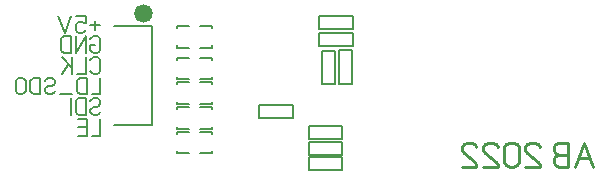
<source format=gbr>
%FSLAX34Y34*%
%MOMM*%
%LNSILK_BOTTOM*%
G71*
G01*
%ADD10C,0.150*%
%ADD11C,0.256*%
%ADD12C,0.178*%
%LPD*%
G54D10*
X347773Y939017D02*
X347773Y949992D01*
X376073Y949992D01*
X376073Y939017D01*
X347773Y939017D01*
G54D10*
X246506Y896641D02*
X256506Y896641D01*
X256506Y898391D01*
G54D10*
X246506Y915041D02*
X256506Y915041D01*
X256506Y913291D01*
G54D10*
X237006Y915041D02*
X227006Y915041D01*
X227006Y913291D01*
G54D10*
X237006Y896641D02*
X227006Y896641D01*
X227006Y898391D01*
G54D10*
X246506Y875741D02*
X256506Y875741D01*
X256506Y877491D01*
G54D10*
X246506Y894141D02*
X256506Y894141D01*
X256506Y892391D01*
G54D10*
X237006Y894141D02*
X227006Y894141D01*
X227006Y892391D01*
G54D10*
X237006Y875741D02*
X227006Y875741D01*
X227006Y877491D01*
G54D10*
X246506Y854841D02*
X256506Y854841D01*
X256506Y856591D01*
G54D10*
X246506Y873241D02*
X256506Y873241D01*
X256506Y871491D01*
G54D10*
X237006Y873241D02*
X227006Y873241D01*
X227006Y871491D01*
G54D10*
X237006Y854841D02*
X227006Y854841D01*
X227006Y856591D01*
G54D10*
X246506Y833941D02*
X256506Y833941D01*
X256506Y835691D01*
G54D10*
X246506Y852341D02*
X256506Y852341D01*
X256506Y850591D01*
G54D10*
X237006Y852341D02*
X227006Y852341D01*
X227006Y850591D01*
G54D10*
X237006Y833941D02*
X227006Y833941D01*
X227006Y835691D01*
G54D10*
X246506Y923641D02*
X256506Y923641D01*
X256506Y925391D01*
G54D10*
X246506Y942041D02*
X256506Y942041D01*
X256506Y940291D01*
G54D10*
X237006Y942041D02*
X227006Y942041D01*
X227006Y940291D01*
G54D10*
X237006Y923641D02*
X227006Y923641D01*
X227006Y925391D01*
G54D10*
X173500Y941500D02*
X206000Y941500D01*
X206000Y858000D01*
X173500Y858000D01*
G54D10*
G75*
G01X205800Y952500D02*
G03X205800Y952500I-7000J0D01*
G01*
G36*
G75*
G01X205800Y952500D02*
G03X205800Y952500I-7000J0D01*
G01*
G37*
X205800Y952500D01*
G54D11*
X579224Y822667D02*
X571557Y843111D01*
X563890Y822667D01*
G54D11*
X576157Y830334D02*
X566957Y830334D01*
G54D11*
X558268Y822667D02*
X558268Y843111D01*
X550602Y843111D01*
X547535Y841834D01*
X546002Y839278D01*
X546002Y836723D01*
X547535Y834167D01*
X550602Y832889D01*
X547535Y831611D01*
X546002Y829056D01*
X546002Y826500D01*
X547535Y823945D01*
X550602Y822667D01*
X558268Y822667D01*
G54D11*
X558268Y832889D02*
X550602Y832889D01*
G54D11*
X522184Y822667D02*
X534450Y822667D01*
X534450Y823945D01*
X532917Y826500D01*
X523717Y834167D01*
X522184Y836723D01*
X522184Y839278D01*
X523717Y841834D01*
X526784Y843111D01*
X529850Y843111D01*
X532917Y841834D01*
X534450Y839278D01*
G54D11*
X504295Y839278D02*
X504295Y826500D01*
X505828Y823945D01*
X508895Y822667D01*
X511962Y822667D01*
X515028Y823945D01*
X516562Y826500D01*
X516562Y839278D01*
X515028Y841834D01*
X511962Y843111D01*
X508895Y843111D01*
X505828Y841834D01*
X504295Y839278D01*
G54D11*
X486406Y822667D02*
X498672Y822667D01*
X498672Y823945D01*
X497139Y826500D01*
X487939Y834167D01*
X486406Y836723D01*
X486406Y839278D01*
X487939Y841834D01*
X491006Y843111D01*
X494072Y843111D01*
X497139Y841834D01*
X498672Y839278D01*
G54D11*
X468517Y822667D02*
X480784Y822667D01*
X480784Y823945D01*
X479250Y826500D01*
X470050Y834167D01*
X468517Y836723D01*
X468517Y839278D01*
X470050Y841834D01*
X473117Y843111D01*
X476184Y843111D01*
X479250Y841834D01*
X480784Y839278D01*
G54D12*
X162350Y942332D02*
X153817Y942332D01*
G54D12*
X158083Y945888D02*
X158083Y938777D01*
G54D12*
X141373Y950332D02*
X149906Y950332D01*
X149906Y944110D01*
X148839Y944110D01*
X146706Y944999D01*
X144573Y944999D01*
X142439Y944110D01*
X141373Y942332D01*
X141373Y938777D01*
X142439Y936999D01*
X144573Y936110D01*
X146706Y936110D01*
X148839Y936999D01*
X149906Y938777D01*
G54D12*
X137462Y950332D02*
X132129Y936110D01*
X126795Y950332D01*
G54D12*
X158083Y926076D02*
X153817Y926076D01*
X153817Y921632D01*
X154883Y919854D01*
X157017Y918965D01*
X159150Y918965D01*
X161283Y919854D01*
X162350Y921632D01*
X162350Y930521D01*
X161283Y932298D01*
X159150Y933187D01*
X157017Y933187D01*
X154883Y932298D01*
X153817Y930521D01*
G54D12*
X149906Y918965D02*
X149906Y933187D01*
X141373Y918965D01*
X141373Y933187D01*
G54D12*
X137462Y918965D02*
X137462Y933187D01*
X132129Y933187D01*
X129995Y932298D01*
X128929Y930521D01*
X128929Y921632D01*
X129995Y919854D01*
X132129Y918965D01*
X137462Y918965D01*
G54D12*
X153817Y904169D02*
X154883Y902391D01*
X157017Y901502D01*
X159150Y901502D01*
X161283Y902391D01*
X162350Y904169D01*
X162350Y913058D01*
X161283Y914836D01*
X159150Y915725D01*
X157017Y915725D01*
X154883Y914836D01*
X153817Y913058D01*
G54D12*
X149906Y915725D02*
X149906Y901502D01*
X142439Y901502D01*
G54D12*
X138528Y901502D02*
X138528Y915725D01*
G54D12*
X138528Y905947D02*
X129995Y915725D01*
G54D12*
X135328Y908614D02*
X129995Y901502D01*
G54D12*
X162350Y898262D02*
X162350Y884040D01*
X154883Y884040D01*
G54D12*
X150972Y884040D02*
X150972Y898262D01*
X145639Y898262D01*
X143505Y897373D01*
X142439Y895596D01*
X142439Y886707D01*
X143505Y884929D01*
X145639Y884040D01*
X150972Y884040D01*
G54D12*
X138528Y884040D02*
X127861Y884040D01*
G54D12*
X123950Y886707D02*
X122883Y884929D01*
X120750Y884040D01*
X118617Y884040D01*
X116483Y884929D01*
X115417Y886707D01*
X115417Y888484D01*
X116483Y890262D01*
X118617Y891151D01*
X120750Y891151D01*
X122883Y892040D01*
X123950Y893818D01*
X123950Y895596D01*
X122883Y897373D01*
X120750Y898262D01*
X118617Y898262D01*
X116483Y897373D01*
X115417Y895596D01*
G54D12*
X111506Y884040D02*
X111506Y898262D01*
X106173Y898262D01*
X104039Y897373D01*
X102973Y895596D01*
X102973Y886707D01*
X104039Y884929D01*
X106173Y884040D01*
X111506Y884040D01*
G54D12*
X90529Y895596D02*
X90529Y886707D01*
X91595Y884929D01*
X93729Y884040D01*
X95862Y884040D01*
X97995Y884929D01*
X99062Y886707D01*
X99062Y895596D01*
X97995Y897373D01*
X95862Y898262D01*
X93729Y898262D01*
X91595Y897373D01*
X90529Y895596D01*
G54D12*
X162350Y869244D02*
X161283Y867466D01*
X159150Y866578D01*
X157017Y866578D01*
X154883Y867466D01*
X153817Y869244D01*
X153817Y871022D01*
X154883Y872800D01*
X157017Y873689D01*
X159150Y873689D01*
X161283Y874578D01*
X162350Y876355D01*
X162350Y878133D01*
X161283Y879911D01*
X159150Y880800D01*
X157017Y880800D01*
X154883Y879911D01*
X153817Y878133D01*
G54D12*
X149906Y866578D02*
X149906Y880800D01*
X144573Y880800D01*
X142439Y879911D01*
X141373Y878133D01*
X141373Y869244D01*
X142439Y867466D01*
X144573Y866578D01*
X149906Y866578D01*
G54D12*
X137462Y866578D02*
X137462Y880800D01*
G54D12*
X162350Y863337D02*
X162350Y849115D01*
X154883Y849115D01*
G54D12*
X143505Y849115D02*
X150972Y849115D01*
X150972Y863337D01*
X143505Y863337D01*
G54D12*
X150972Y856226D02*
X143505Y856226D01*
G54D10*
X296773Y864017D02*
X296773Y874992D01*
X325073Y874992D01*
X325073Y864017D01*
X296773Y864017D01*
G54D10*
X338773Y846017D02*
X338773Y856992D01*
X367073Y856992D01*
X367073Y846017D01*
X338773Y846017D01*
G54D10*
X338773Y833017D02*
X338773Y843992D01*
X367073Y843992D01*
X367073Y833017D01*
X338773Y833017D01*
G54D10*
X338773Y820017D02*
X338773Y830992D01*
X367073Y830992D01*
X367073Y820017D01*
X338773Y820017D01*
G54D10*
X347773Y925017D02*
X347773Y935992D01*
X376073Y935992D01*
X376073Y925017D01*
X347773Y925017D01*
G54D10*
X364193Y921154D02*
X375168Y921154D01*
X375168Y892854D01*
X364193Y892854D01*
X364193Y921154D01*
G54D10*
X361068Y892754D02*
X350093Y892754D01*
X350093Y921054D01*
X361068Y921054D01*
X361068Y892754D01*
M02*

</source>
